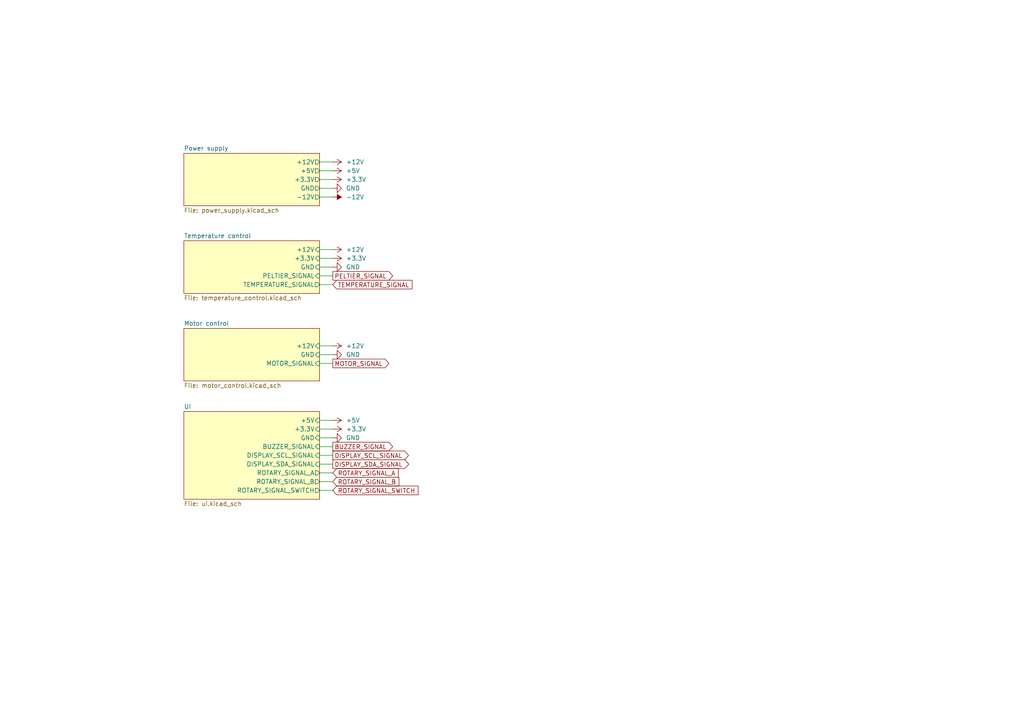
<source format=kicad_sch>
(kicad_sch (version 20250114) (generator "eeschema") (generator_version "9.0")
  (paper "A4")
  (title_block (title "Geladinho: Esquema Elétrico") (date "2025-11-20") (rev "v1.0.0") (company "Universidade Federal Do Ceará"))
  (lib_symbols
    (symbol "power:+12V" (power) (pin_numbers (hide yes)) (pin_names (offset 0) (hide yes))
      (property "Value" "+12V" (at 0 3.556 0))
      (symbol "+12V_0_1"
        (polyline (pts (xy -0.762 1.27) (xy 0 2.54)))
        (polyline (pts (xy 0 2.54) (xy 0.762 1.27)))
        (polyline (pts (xy 0 0) (xy 0 2.54)))
      )
      (symbol "+12V_1_1"
        (pin power_in line (at 0 0 90) (length 0) (name "~") (number "1"))
      )
    )
    (symbol "power:+3.3V" (power) (pin_numbers (hide yes)) (pin_names (offset 0) (hide yes))
      (property "Value" "+3.3V" (at 0 3.556 0))
      (symbol "+3.3V_0_1"
        (polyline (pts (xy -0.762 1.27) (xy 0 2.54)))
        (polyline (pts (xy 0 2.54) (xy 0.762 1.27)))
        (polyline (pts (xy 0 0) (xy 0 2.54)))
      )
      (symbol "+3.3V_1_1"
        (pin power_in line (at 0 0 90) (length 0) (name "~") (number "1"))
      )
    )
    (symbol "power:+5V" (power) (pin_numbers (hide yes)) (pin_names (offset 0) (hide yes))
      (property "Value" "+5V" (at 0 3.556 0))
      (symbol "+5V_0_1"
        (polyline (pts (xy -0.762 1.27) (xy 0 2.54)))
        (polyline (pts (xy 0 2.54) (xy 0.762 1.27)))
        (polyline (pts (xy 0 0) (xy 0 2.54)))
      )
      (symbol "+5V_1_1"
        (pin power_in line (at 0 0 90) (length 0) (name "~") (number "1"))
      )
    )
    (symbol "power:-12V" (power) (pin_numbers (hide yes)) (pin_names (offset 0) (hide yes))
      (property "Value" "-12V" (at 0 3.556 0))
      (symbol "-12V_0_0"
        (pin power_in line (at 0 0 90) (length 0) (name "~") (number "1"))
      )
      (symbol "-12V_0_1"
        (polyline (pts (xy 0 0) (xy 0 1.27) (xy 0.762 1.27) (xy 0 2.54) (xy -0.762 1.27) (xy 0 1.27)) (fill (type outline)))
      )
    )
    (symbol "power:GND" (power) (pin_numbers (hide yes)) (pin_names (offset 0) (hide yes))
      (property "Value" "GND" (at 0 -3.81 0))
      (symbol "GND_0_1"
        (polyline (pts (xy 0 0) (xy 0 -1.27) (xy 1.27 -1.27) (xy 0 -2.54) (xy -1.27 -1.27) (xy 0 -1.27)))
      )
      (symbol "GND_1_1"
        (pin power_in line (at 0 0 270) (length 0) (name "~") (number "1"))
      )
    )
  )
  (wire (pts (xy 92.71 142.24) (xy 96.52 142.24)))
  (wire (pts (xy 92.71 46.99) (xy 96.52 46.99)))
  (wire (pts (xy 92.71 52.07) (xy 96.52 52.07)))
  (wire (pts (xy 92.71 105.41) (xy 96.52 105.41)))
  (wire (pts (xy 92.71 127) (xy 96.52 127)))
  (wire (pts (xy 92.71 137.16) (xy 96.52 137.16)))
  (wire (pts (xy 92.71 129.54) (xy 96.52 129.54)))
  (wire (pts (xy 92.71 72.39) (xy 96.52 72.39)))
  (wire (pts (xy 92.71 49.53) (xy 96.52 49.53)))
  (wire (pts (xy 92.71 132.08) (xy 96.52 132.08)))
  (wire (pts (xy 92.71 57.15) (xy 96.52 57.15)))
  (wire (pts (xy 92.71 134.62) (xy 96.52 134.62)))
  (wire (pts (xy 92.71 74.93) (xy 96.52 74.93)))
  (wire (pts (xy 92.71 121.92) (xy 96.52 121.92)))
  (wire (pts (xy 92.71 54.61) (xy 96.52 54.61)))
  (wire (pts (xy 92.71 77.47) (xy 96.52 77.47)))
  (wire (pts (xy 92.71 82.55) (xy 96.52 82.55)))
  (wire (pts (xy 92.71 124.46) (xy 96.52 124.46)))
  (wire (pts (xy 92.71 100.33) (xy 96.52 100.33)))
  (wire (pts (xy 92.71 139.7) (xy 96.52 139.7)))
  (wire (pts (xy 92.71 80.01) (xy 96.52 80.01)))
  (wire (pts (xy 92.71 102.87) (xy 96.52 102.87)))
  (global_label "MOTOR_SIGNAL" (shape output) (at 96.52 105.41 0) (property "Intersheetrefs" "${INTERSHEET_REFS}" (effects (hide yes))))
  (global_label "ROTARY_SIGNAL_SWITCH" (shape input) (at 96.52 142.24 0) (property "Intersheetrefs" "${INTERSHEET_REFS}" (effects (hide yes))))
  (global_label "DISPLAY_SCL_SIGNAL" (shape output) (at 96.52 132.08 0) (property "Intersheetrefs" "${INTERSHEET_REFS}" (effects (hide yes))))
  (global_label "DISPLAY_SDA_SIGNAL" (shape output) (at 96.52 134.62 0) (property "Intersheetrefs" "${INTERSHEET_REFS}" (effects (hide yes))))
  (global_label "ROTARY_SIGNAL_A" (shape input) (at 96.52 137.16 0) (property "Intersheetrefs" "${INTERSHEET_REFS}" (effects (hide yes))))
  (global_label "BUZZER_SIGNAL" (shape output) (at 96.52 129.54 0) (property "Intersheetrefs" "${INTERSHEET_REFS}" (effects (hide yes))))
  (global_label "ROTARY_SIGNAL_B" (shape input) (at 96.52 139.7 0) (property "Intersheetrefs" "${INTERSHEET_REFS}" (effects (hide yes))))
  (global_label "PELTIER_SIGNAL" (shape output) (at 96.52 80.01 0) (property "Intersheetrefs" "${INTERSHEET_REFS}" (effects (hide yes))))
  (global_label "TEMPERATURE_SIGNAL" (shape input) (at 96.52 82.55 0) (property "Intersheetrefs" "${INTERSHEET_REFS}" (effects (hide yes))))
  (symbol (lib_id "power:GND") (at 96.52 127 90) (unit 1)
    (property "Reference" "#PWR011" (effects (hide yes)))
    (property "Value" "GND" (at 100.33 126.9999 90) (effects (justify right)))
    (property "Description" "Power symbol creates a global label with name \"GND\" , ground" (effects (hide yes)))
  )
  (symbol (lib_id "power:+3.3V") (at 96.52 52.07 270) (unit 1)
    (property "Reference" "#PWR03" (effects (hide yes)))
    (property "Value" "+3.3V" (at 100.33 52.0699 90) (effects (justify left)))
    (property "Description" "Power symbol creates a global label with name \"+3.3V\"" (effects (hide yes)))
  )
  (symbol (lib_id "power:+5V") (at 96.52 49.53 270) (unit 1)
    (property "Reference" "#PWR02" (effects (hide yes)))
    (property "Value" "+5V" (at 100.33 49.5299 90) (effects (justify left)))
    (property "Description" "Power symbol creates a global label with name \"+5V\"" (effects (hide yes)))
  )
  (symbol (lib_id "power:+3.3V") (at 96.52 124.46 270) (unit 1)
    (property "Reference" "#PWR013" (effects (hide yes)))
    (property "Value" "+3.3V" (at 100.33 124.4599 90) (effects (justify left)))
    (property "Description" "Power symbol creates a global label with name \"+3.3V\"" (effects (hide yes)))
  )
  (symbol (lib_id "power:+12V") (at 96.52 100.33 270) (unit 1)
    (property "Reference" "#PWR09" (effects (hide yes)))
    (property "Value" "+12V" (at 100.33 100.3299 90) (effects (justify left)))
    (property "Description" "Power symbol creates a global label with name \"+12V\"" (effects (hide yes)))
  )
  (symbol (lib_id "power:+3.3V") (at 96.52 74.93 270) (unit 1)
    (property "Reference" "#PWR07" (effects (hide yes)))
    (property "Value" "+3.3V" (at 100.33 74.9299 90) (effects (justify left)))
    (property "Description" "Power symbol creates a global label with name \"+3.3V\"" (effects (hide yes)))
  )
  (symbol (lib_id "power:+5V") (at 96.52 121.92 270) (unit 1)
    (property "Reference" "#PWR012" (effects (hide yes)))
    (property "Value" "+5V" (at 100.33 121.9199 90) (effects (justify left)))
    (property "Description" "Power symbol creates a global label with name \"+5V\"" (effects (hide yes)))
  )
  (symbol (lib_id "power:+12V") (at 96.52 46.99 270) (unit 1)
    (property "Reference" "#PWR01" (effects (hide yes)))
    (property "Value" "+12V" (at 100.33 46.9899 90) (effects (justify left)))
    (property "Description" "Power symbol creates a global label with name \"+12V\"" (effects (hide yes)))
  )
  (symbol (lib_id "power:GND") (at 96.52 102.87 90) (unit 1)
    (property "Reference" "#PWR010" (effects (hide yes)))
    (property "Value" "GND" (at 100.33 102.8699 90) (effects (justify right)))
    (property "Description" "Power symbol creates a global label with name \"GND\" , ground" (effects (hide yes)))
  )
  (symbol (lib_id "power:-12V") (at 96.52 57.15 270) (unit 1)
    (property "Reference" "#PWR04" (effects (hide yes)))
    (property "Value" "-12V" (at 100.33 57.1499 90) (effects (justify left)))
    (property "Description" "Power symbol creates a global label with name \"-12V\"" (effects (hide yes)))
  )
  (symbol (lib_id "power:+12V") (at 96.52 72.39 270) (unit 1)
    (property "Reference" "#PWR06" (effects (hide yes)))
    (property "Value" "+12V" (at 100.33 72.3899 90) (effects (justify left)))
    (property "Description" "Power symbol creates a global label with name \"+12V\"" (effects (hide yes)))
  )
  (symbol (lib_id "power:GND") (at 96.52 77.47 90) (unit 1)
    (property "Reference" "#PWR08" (effects (hide yes)))
    (property "Value" "GND" (at 100.33 77.4699 90) (effects (justify right)))
    (property "Description" "Power symbol creates a global label with name \"GND\" , ground" (effects (hide yes)))
  )
  (symbol (lib_id "power:GND") (at 96.52 54.61 90) (unit 1)
    (property "Reference" "#PWR05" (effects (hide yes)))
    (property "Value" "GND" (at 100.33 54.6099 90) (effects (justify right)))
    (property "Description" "Power symbol creates a global label with name \"GND\" , ground" (effects (hide yes)))
  )
  (sheet (at 53.34 119.38) (size 39.37 25.4) (stroke (width 0.1524)) (fill (color 255 255 194 1.0000))
    (property "Sheetname" "UI" (at 53.34 118.6684 0) (effects (justify left bottom)))
    (property "Sheetfile" "ui.kicad_sch" (at 53.34 145.3646 0) (effects (justify left top)))
    (pin "+3.3V" input (at 92.71 124.46 0))
    (pin "+5V" input (at 92.71 121.92 0))
    (pin "BUZZER_SIGNAL" input (at 92.71 129.54 0))
    (pin "DISPLAY_SCL_SIGNAL" input (at 92.71 132.08 0))
    (pin "DISPLAY_SDA_SIGNAL" input (at 92.71 134.62 0))
    (pin "GND" input (at 92.71 127 0))
    (pin "ROTARY_SIGNAL_A" output (at 92.71 137.16 0))
    (pin "ROTARY_SIGNAL_B" output (at 92.71 139.7 0))
    (pin "ROTARY_SIGNAL_SWITCH" output (at 92.71 142.24 0))
  )
  (sheet (at 53.34 95.25) (size 39.37 15.24) (stroke (width 0.1524)) (fill (color 255 255 194 1.0000))
    (property "Sheetname" "Motor control" (at 53.34 94.5384 0) (effects (justify left bottom)))
    (property "Sheetfile" "motor_control.kicad_sch" (at 53.34 111.0746 0) (effects (justify left top)))
    (pin "+12V" input (at 92.71 100.33 0))
    (pin "GND" input (at 92.71 102.87 0))
    (pin "MOTOR_SIGNAL" input (at 92.71 105.41 0))
  )
  (sheet (at 53.34 44.45) (size 39.37 15.24) (stroke (width 0.1524)) (fill (color 255 255 194 1.0000))
    (property "Sheetname" "Power supply" (at 53.34 43.7384 0) (effects (justify left bottom)))
    (property "Sheetfile" "power_supply.kicad_sch" (at 53.34 60.2746 0) (effects (justify left top)))
    (pin "+3.3V" output (at 92.71 52.07 0))
    (pin "+5V" output (at 92.71 49.53 0))
    (pin "+12V" output (at 92.71 46.99 0))
    (pin "-12V" output (at 92.71 57.15 0))
    (pin "GND" output (at 92.71 54.61 0))
  )
  (sheet (at 53.34 69.85) (size 39.37 15.24) (stroke (width 0.1524)) (fill (color 255 255 194 1.0000))
    (property "Sheetname" "Temperature control" (at 53.34 69.1384 0) (effects (justify left bottom)))
    (property "Sheetfile" "temperature_control.kicad_sch" (at 53.34 85.6746 0) (effects (justify left top)))
    (pin "+3.3V" input (at 92.71 74.93 0))
    (pin "+12V" input (at 92.71 72.39 0))
    (pin "GND" input (at 92.71 77.47 0))
    (pin "PELTIER_SIGNAL" input (at 92.71 80.01 0))
    (pin "TEMPERATURE_SIGNAL" output (at 92.71 82.55 0))
  )
)
</source>
